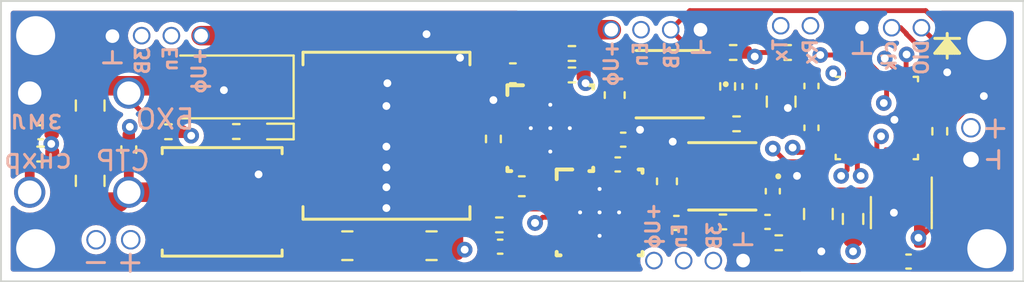
<source format=kicad_pcb>
(kicad_pcb (version 20221018) (generator pcbnew)
  (layers (0 "F.Cu" signal) (1 "In1.Cu" signal) (2 "In2.Cu" signal) (31 "B.Cu" signal) (34 "B.Paste" user) (35 "F.Paste" user) (36 "B.SilkS" user "B.Silkscreen") (37 "F.SilkS" user "F.Silkscreen") (38 "B.Mask" user) (39 "F.Mask" user) (44 "Edge.Cuts" user))
  (net 0 "")
  (net 1 "Net-(U2-PA5)")
  (net 2 "GND2")
  (net 3 "Net-(D7-Conn)")
  (net 4 "Net-(U2-PF2)")
  (net 5 "Net-(D4-K)")
  (net 6 "Net-(D5-A)")
  (net 7 "Net-(U3-BST)")
  (net 8 "Net-(D2-Conn)")
  (net 9 "Net-(D1-Conn)")
  (net 10 "Net-(D16-Conn)")
  (net 11 "Net-(U3-SS)")
  (net 12 "Net-(U4-SS)")
  (net 13 "Net-(U3-VCC)")
  (net 14 "Net-(D3-Conn)")
  (net 15 "Net-(U4-BST)")
  (net 16 "Net-(D8-Conn)")
  (net 17 "Net-(D9-Conn)")
  (net 18 "Net-(D11-Conn)")
  (net 19 "Net-(C17-Pad2)")
  (net 20 "Net-(D13-Conn)")
  (net 21 "Net-(U4-VCC)")
  (net 22 "Net-(D15-Conn)")
  (net 23 "Net-(U4-FB)")
  (net 24 "Net-(D6-Conn)")
  (net 25 "Net-(U2-PB5)")
  (net 26 "Net-(U2-PB4)")
  (net 27 "Net-(U3-RON)")
  (net 28 "Net-(U3-FB)")
  (net 29 "Net-(U2-PA1)")
  (net 30 "Net-(U2-PA0)")
  (net 31 "Net-(U2-PB0)")
  (net 32 "Net-(U4-RON)")
  (net 35 "Net-(C12-Pad2)")
  (net 42 "Net-(C14-Pad2)")
  (net 43 "Net-(U5-+)")
  (net 44 "Net-(LED1-Pad2)")
  (net 48 "Net-(D12-Conn)")
  (net 49 "Net-(R13-Pad1)")
  (net 52 "Net-(U2-PB3)")
  (footprint "Wire_holes:WireHole_0p7" (layer "F.Cu") (at 87.3252 63.8556 180)
    (fp_text reference "D27" hide)
    (fp_text value "WireHole_1p5" hide)
  )
  (footprint "Wire_holes:WireHole_1p2" (layer "F.Cu") (at 60.4012 60.3504)
    (fp_text reference "D3" hide)
    (fp_text value "WireHole_1p5" hide)
  )
  (footprint "Capacitor_SMD:C_0603_1608Metric_Pad1.08x0.95mm_HandSolder" (layer "F.Cu") (at 80.0938 54.2544)
    (fp_text reference "C10" hide)
    (fp_text value "C" hide)
  )
  (footprint "Wire_holes:WireHole_1p2" (layer "F.Cu") (at 55.3212 55.2704)
    (fp_text reference "D19" hide)
    (fp_text value "WireHole_1p5" hide)
  )
  (footprint "Capacitor_SMD:C_0603_1608Metric_Pad1.08x0.95mm_HandSolder" (layer "F.Cu") (at 85.3146 55.372 90)
    (fp_text reference "C14" hide)
    (fp_text value "C" hide)
  )
  (footprint "Wire_holes:WireHole_2p0" (layer "F.Cu") (at 55.626 63.246)
    (fp_text reference "D29" hide)
    (fp_text value "WireHole_1p5" hide)
  )
  (footprint "Resistor_SMD:R_0402_1005Metric_Pad0.72x0.64mm_HandSolder" (layer "F.Cu") (at 60.4012 58.166 90)
    (fp_text reference "R1" hide)
    (fp_text value "R" hide)
  )
  (footprint "Wire_holes:WireHole_0p7" (layer "F.Cu") (at 62.5856 52.324 -90)
    (fp_text reference "D12" hide)
    (fp_text value "WireHole_1p5" hide)
  )
  (footprint "Capacitor_SMD:C_0805_2012Metric_Pad1.18x1.45mm_HandSolder" (layer "F.Cu") (at 93.849 55.7061 -90)
    (fp_text reference "C19" hide)
    (fp_text value "C" hide)
  )
  (footprint "Resistor_SMD:R_0402_1005Metric_Pad0.72x0.64mm_HandSolder" (layer "F.Cu") (at 55.8794 58.3946 180)
    (fp_text reference "R3" hide)
    (fp_text value "R" hide)
  )
  (footprint "Wire_holes:WireHole_1p2" (layer "F.Cu") (at 60.4012 55.2704)
    (fp_text reference "D2" hide)
    (fp_text value "WireHole_1p5" hide)
  )
  (footprint "Wire_holes:WireHole_2p0" (layer "F.Cu") (at 104.394 52.578)
    (fp_text reference "D30" hide)
    (fp_text value "WireHole_1p5" hide)
  )
  (footprint "Package_DFN_QFN:QFN-28_4x4mm_P0.5mm" (layer "F.Cu") (at 98.7552 56.5475)
    (fp_text reference "U2" hide)
    (fp_text value "STM32G031G8Ux" hide)
  )
  (footprint "Wire_holes:WireHole_0p7" (layer "F.Cu") (at 89.7128 52.0192 180)
    (fp_text reference "D20" hide)
    (fp_text value "WireHole_1p5" hide)
  )
  (footprint "ul_SI7852DP-T1:POWERPAK_SO-8_SINGLE_VIS" (layer "F.Cu") (at 65.1891 60.8457 180)
    (fp_text reference "U1" hide)
    (fp_text value "SI7489DP-T1-E3" hide)
  )
  (footprint "Wire_holes:WireHole_0p8" (layer "F.Cu") (at 103.5812 58.674)
    (fp_text reference "D18" hide)
    (fp_text value "WireHole_1p5" hide)
  )
  (footprint "Resistor_SMD:R_0402_1005Metric_Pad0.72x0.64mm_HandSolder" (layer "F.Cu") (at 62.4332 57.2516)
    (fp_text reference "R2" hide)
    (fp_text value "R" hide)
  )
  (footprint "Diode_SMD:D_SOD-923" (layer "F.Cu") (at 67.9952 57.2389 180)
    (fp_text reference "D5" hide)
    (fp_text value "MM5Zxx" hide)
  )
  (footprint "SWPA8040:IND_SWPA8040S_SNL" (layer "F.Cu") (at 73.6131 57.4548 180)
    (fp_text reference "L1" hide)
    (fp_text value "SWPA8040S220MT" hide)
  )
  (footprint "Resistor_SMD:R_0402_1005Metric_Pad0.72x0.64mm_HandSolder" (layer "F.Cu") (at 90.8645 61.8744 180)
    (fp_text reference "R12" hide)
    (fp_text value "R" hide)
  )
  (footprint "Resistor_SMD:R_0402_1005Metric_Pad0.72x0.64mm_HandSolder" (layer "F.Cu") (at 83.1232 54.3391)
    (fp_text reference "R8" hide)
    (fp_text value "R" hide)
  )
  (footprint "Capacitor_SMD:C_0402_1005Metric_Pad0.74x0.62mm_HandSolder" (layer "F.Cu") (at 93.4212 60.2996 -90)
    (fp_text reference "C17" hide)
    (fp_text value "C" hide)
  )
  (footprint "Resistor_SMD:R_0402_1005Metric_Pad0.72x0.64mm_HandSolder" (layer "F.Cu") (at 83.1209 53.2384 180)
    (fp_text reference "R7" hide)
    (fp_text value "R" hide)
  )
  (footprint "Capacitor_SMD:C_0402_1005Metric_Pad0.74x0.62mm_HandSolder" (layer "F.Cu") (at 85.471 58.928)
    (fp_text reference "C11" hide)
    (fp_text value "C" hide)
  )
  (footprint "Capacitor_SMD:C_0402_1005Metric_Pad0.74x0.62mm_HandSolder" (layer "F.Cu") (at 92.2234 54.9235 -90)
    (fp_text reference "C21" hide)
    (fp_text value "C" hide)
  )
  (footprint "Wire_holes:WireHole_0p7" (layer "F.Cu") (at 88.1888 52.0192 180)
    (fp_text reference "D22" hide)
    (fp_text value "WireHole_1p5" hide)
  )
  (footprint "Capacitor_SMD:C_0805_2012Metric_Pad1.18x1.45mm_HandSolder" (layer "F.Cu") (at 95.758 61.468 -90)
    (fp_text reference "C15" hide)
    (fp_text value "C" hide)
  )
  (footprint "Resistor_SMD:R_0402_1005Metric_Pad0.72x0.64mm_HandSolder" (layer "F.Cu") (at 101.981 57.2262 -90)
    (fp_text reference "R9" hide)
    (fp_text value "R" hide)
  )
  (footprint "Wire_holes:WireHole_1p2" (layer "F.Cu") (at 55.3212 60.3504)
    (fp_text reference "D1" hide)
    (fp_text value "WireHole_1p5" hide)
  )
  (footprint "Capacitor_SMD:C_0402_1005Metric_Pad0.74x0.62mm_HandSolder" (layer "F.Cu") (at 55.8794 57.277 180)
    (fp_text reference "C3" hide)
    (fp_text value "C" hide)
  )
  (footprint "Wire_holes:WireHole_0p7" (layer "F.Cu") (at 88.8492 63.8556 180)
    (fp_text reference "D25" hide)
    (fp_text value "WireHole_1p5" hide)
  )
  (footprint "Capacitor_SMD:C_0402_1005Metric_Pad0.74x0.62mm_HandSolder" (layer "F.Cu") (at 95.4024 57.0484 90)
    (fp_text reference "C6" hide)
    (fp_text value "C" hide)
  )
  (footprint "Capacitor_SMD:C_0402_1005Metric_Pad0.74x0.62mm_HandSolder" (layer "F.Cu") (at 95.4024 54.9061 90)
    (fp_text reference "C7" hide)
    (fp_text value "C" hide)
  )
  (footprint "Wire_holes:WireHole_0p7" (layer "F.Cu") (at 91.8972 63.8556 180)
    (fp_text reference "D21" hide)
    (fp_text value "WireHole_1p5" hide)
  )
  (footprint "Capacitor_SMD:C_0402_1005Metric_Pad0.74x0.62mm_HandSolder" (layer "F.Cu") (at 88.4769 61.9252)
    (fp_text reference "C13" hide)
    (fp_text value "C" hide)
  )
  (footprint "Wire_holes:WireHole_0p7" (layer "F.Cu") (at 97.9932 51.9176 90)
    (fp_text reference "D10" hide)
    (fp_text value "WireHole_1p5" hide)
  )
  (footprint "Wire_holes:WireHole_0p7" (layer "F.Cu") (at 95.3516 51.816)
    (fp_text reference "D7" hide)
    (fp_text value "WireHole_1p5" hide)
  )
  (footprint "Resistor_SMD:R_0402_1005Metric_Pad0.72x0.64mm_HandSolder" (layer "F.Cu") (at 65.9124 57.2389)
    (fp_text reference "R4" hide)
    (fp_text value "R" hide)
  )
  (footprint "Wire_holes:WireHole_0p7" (layer "F.Cu") (at 86.6648 52.0192 180)
    (fp_text reference "D24" hide)
    (fp_text value "WireHole_1p5" hide)
  )
  (footprint "Capacitor_SMD:C_0603_1608Metric_Pad1.08x0.95mm_HandSolder" (layer "F.Cu") (at 87.9943 59.7916 90)
    (fp_text reference "C12" hide)
    (fp_text value "C" hide)
  )
  (footprint "Wire_holes:WireHole_0p8" (layer "F.Cu") (at 103.5812 57.0484)
    (fp_text reference "D17" hide)
    (fp_text value "WireHole_1p5" hide)
  )
  (footprint "Capacitor_SMD:C_0805_2012Metric_Pad1.18x1.45mm_HandSolder" (layer "F.Cu") (at 71.6065 63.0936)
    (fp_text reference "C4" hide)
    (fp_text value "C" hide)
  )
  (footprint "Resistor_SMD:R_0402_1005Metric_Pad0.72x0.64mm_HandSolder" (layer "F.Cu") (at 91.3892 53.1876 180)
    (fp_text reference "R5" hide)
    (fp_text value "R" hide)
  )
  (footprint "ul_LM5160ADNTR:DNT0012B" (layer "F.Cu") (at 82.0126 57.0676)
    (fp_text reference "U4" hide)
    (fp_text value "LM5160ADNTR" hide)
  )
  (footprint "Wire_holes:WireHole_0p7" (layer "F.Cu") (at 90.3732 63.8556 180)
    (fp_text reference "D23" hide)
    (fp_text value "WireHole_1p5" hide)
  )
  (footprint "Wire_holes:WireHole_0p7" (layer "F.Cu") (at 61.0616 52.324 -90)
    (fp_text reference "D13" hide)
    (fp_text value "WireHole_1p5" hide)
  )
  (footprint "Capacitor_SMD:C_0805_2012Metric_Pad1.18x1.45mm_HandSolder" (layer "F.Cu") (at 58.42195 59.76815 90)
    (fp_text reference "C2" hide)
    (fp_text value "C" hide)
  )
  (footprint "Wire_holes:WireHole_0p8" (layer "F.Cu") (at 58.7248 62.7888)
    (fp_text reference "D16" hide)
    (fp_text value "WireHole_1p5" hide)
  )
  (footprint "Wire_holes:WireHole_0p7" (layer "F.Cu") (at 64.1096 52.324 -90)
    (fp_text reference "D11" hide)
    (fp_text value "WireHole_1p5" hide)
  )
  (footprint "Capacitor_SMD:C_0402_1005Metric_Pad0.74x0.62mm_HandSolder" (layer "F.Cu") (at 85.7504 57.658)
    (fp_text reference "C16" hide)
    (fp_text value "C" hide)
  )
  (footprint "Capacitor_SMD:C_0805_2012Metric_Pad1.18x1.45mm_HandSolder" (layer "F.Cu") (at 58.42195 55.90735 -90)
    (fp_text reference "C1" hide)
    (fp_text value "C" hide)
  )
  (footprint "Wire_holes:WireHole_0p7" (layer "F.Cu") (at 101.0412 51.9176 90)
    (fp_text reference "D8" hide)
    (fp_text value "WireHole_1p5" hide)
  )
  (footprint "Resistor_SMD:R_0402_1005Metric_Pad0.72x0.64mm_HandSolder" (layer "F.Cu") (at 93.726 62.9412 180)
    (fp_text reference "R13" hide)
    (fp_text value "R" hide)
  )
  (footprint "Wire_holes:WireHole_2p0" (layer "F.Cu") (at 55.626 52.324)
    (fp_text reference "D28" hide)
    (fp_text value "WireHole_1p5" hide)
  )
  (footprint "Diode_SMD:D_MELF" (layer "F.Cu") (at 65.4431 54.9529 180)
    (fp_text reference "D4" hide)
    (fp_text value "1N5711UR" hide)
  )
  (footprint "Package_TO_SOT_SMD:SOT-23-5" (layer "F.Cu") (at 100.01 61.3973 -90)
    (fp_text reference "U5" hide)
    (fp_text value "INA193" hide)
  )
  (footprint "ul_LM5160ADNTR:DNT0012B" (layer "F.Cu") (at 84.5399 61.3856)
    (fp_text reference "U3" hide)
    (fp_text value "LM5160ADNTR" hide)
  )
  (footprint "Resistor_SMD:R_0603_1608Metric_Pad0.98x0.95mm_HandSolder" (layer "F.Cu") (at 97.536 61.722 90)
    (fp_text reference "R16" hide)
    (fp_text value "R" hide)
  )
  (footprint "Wire_holes:WireHole_0p7" (layer "F.Cu") (at 99.5172 51.9176 90)
    (fp_text reference "D9" hide)
    (fp_text value "WireHole_1p5" hide)
  )
  (footprint "ul_HSMW-C191-U0000:LED_91-U0000" (layer "F.Cu") (at 102.362 55.2958 -90)
    (fp_text reference "LED1" hide)
    (fp_text value "HSMW-C191-U0000" hide)
  )
  (footprint "Resistor_SMD:R_0402_1005Metric_Pad0.72x0.64mm_HandSolder" (layer "F.Cu") (at 91.563 56.8452 180)
    (fp_text reference "R15" hide)
    (fp_text value "R" hide)
  )
  (footprint "Capacitor_SMD:C_0603_1608Metric_Pad1.08x0.95mm_HandSolder" (layer "F.Cu") (at 80.5521 60.0456)
    (fp_text reference "C8" hide)
    (fp_text value "C" hide)
  )
  (footprint "Resistor_SMD:R_0402_1005Metric_Pad0.72x0.64mm_HandSolder" (layer "F.Cu") (at 94.1832 53.1876 180)
    (fp_text reference "R6" hide)
    (fp_text value "R" hide)
  )
  (footprint "Capacitor_SMD:C_0402_1005Metric_Pad0.74x0.62mm_HandSolder" (layer "F.Cu") (at 100.3808 63.9064)
    (fp_text reference "C20" hide)
    (fp_text value "C" hide)
  )
  (footprint "Resistor_SMD:R_0402_1005Metric_Pad0.72x0.64mm_HandSolder" (layer "F.Cu") (at 79.0956 57.6193 90)
    (fp_text reference "R11" hide)
    (fp_text value "R" hide)
  )
  (footprint "Wire_holes:WireHole_0p7" (layer "F.Cu") (at 59.563 52.3494 -90)
    (fp_text reference "D14" hide)
    (fp_text value "WireHole_1p5" hide)
  )
  (footprint "Wire_holes:WireHole_0p7" (layer "F.Cu") (at 93.8276 51.816)
    (fp_text reference "D6" hide)
    (fp_text value "WireHole_1p5" hide)
  )
  (footprint "Wire_holes:WireHole_2p0" (layer "F.Cu") (at 104.394 63.246)
    (fp_text reference "D31" hide)
    (fp_text value "WireHole_1p5" hide)
  )
  (footprint "Capacitor_SMD:C_0805_2012Metric_Pad1.18x1.45mm_HandSolder" (layer "F.Cu") (at 75.9245 63.0936 180)
    (fp_text reference "C5" hide)
    (fp_text value "C" hide)
  )
  (footprint "ul_SWPA3015S4R7MT:IND_SWPA3015S_SNL" (layer "F.Cu") (at 90.8304 59.5376 180)
    (fp_text reference "L2" hide)
    (fp_text value "SWPA3015S4R7MT" hide)
  )
  (footprint "Wire_holes:WireHole_0p8" (layer "F.Cu") (at 60.5028 62.7888)
    (fp_text reference "D15" hide)
    (fp_text value "WireHole_1p5" hide)
  )
  (footprint "Resistor_SMD:R_0402_1005Metric_Pad0.72x0.64mm_HandSolder" (layer "F.Cu") (at 91.1058 54.9269 90)
    (fp_text reference "R14" hide)
    (fp_text value "R" hide)
  )
  (footprint "Capacitor_SMD:C_0402_1005Metric_Pad0.74x0.62mm_HandSolder" (layer "F.Cu") (at 79.4425 63.1444 180)
    (fp_text reference "C9" hide)
    (fp_text value "C" hide)
  )
  (footprint "Capacitor_SMD:C_0402_1005Metric_Pad0.74x0.62mm_HandSolder" (layer "F.Cu") (at 93.1505 61.8744)
    (fp_text reference "C18" hide)
    (fp_text value "C" hide)
  )
  (footprint "Wire_holes:WireHole_0p7" (layer "F.Cu") (at 85.1408 52.0192 180)
    (fp_text reference "D26" hide)
    (fp_text value "WireHole_1p5" hide)
  )
  (footprint "ul_SWPA3015S4R7MT:IND_SWPA3015S_SNL" (layer "F.Cu") (at 88.138 54.8132 180)
    (fp_text reference "L3" hide)
    (fp_text value "SWPA3015S4R7MT" hide)
  )
  (footprint "Resistor_SMD:R_0402_1005Metric_Pad0.72x0.64mm_HandSolder" (layer "F.Cu") (at 79.4004 62.0268 180)
    (fp_text reference "R10" hide)
    (fp_text value "R" hide)
  )
  (gr_line (start 59.563 53.1368) (end 59.563 53.6956) (stroke (width 0.15)) (layer "B.SilkS"))
  (gr_line (start 60.0329 63.9699) (end 60.9219 63.9699) (stroke (width 0.15)) (layer "B.SilkS"))
  (gr_line (start 89.7382 52.6034) (end 89.7382 53.1622) (stroke (width 0.15)) (layer "B.SilkS"))
  (gr_line (start 91.8972 62.4586) (end 91.8972 63.0174) (stroke (width 0.15)) (layer "B.SilkS"))
  (gr_line (start 89.281 53.1876) (end 90.1954 53.1876) (stroke (width 0.15)) (layer "B.SilkS"))
  (gr_line (start 105.0036 59.1312) (end 105.0036 58.2168) (stroke (width 0.15)) (layer "B.SilkS"))
  (gr_line (start 97.536 53.2384) (end 98.4504 53.2384) (stroke (width 0.15)) (layer "B.SilkS"))
  (gr_line (start 91.44 63.0428) (end 92.3544 63.0428) (stroke (width 0.15)) (layer "B.SilkS"))
  (gr_line (start 97.9932 52.6542) (end 97.9932 53.213) (stroke (width 0.15)) (layer "B.SilkS"))
  (gr_line (start 104.8258 56.642) (end 104.8258 57.531) (stroke (width 0.15)) (layer "B.SilkS"))
  (gr_line (start 60.4774 63.5254) (end 60.4774 64.4144) (stroke (width 0.15)) (layer "B.SilkS"))
  (gr_line (start 104.4194 58.674) (end 104.9782 58.674) (stroke (width 0.15)) (layer "B.SilkS"))
  (gr_line (start 59.1058 53.721) (end 60.0202 53.721) (stroke (width 0.15)) (layer "B.SilkS"))
  (gr_line (start 58.2676 63.9572) (end 59.1566 63.9572) (stroke (width 0.15)) (layer "B.SilkS"))
  (gr_line (start 104.3813 57.0865) (end 105.2703 57.0865) (stroke (width 0.15)) (layer "B.SilkS"))
  (gr_line (start 53.848 64.9224) (end 106.2736 64.9224) (stroke (width 0.1)) (layer "Edge.Cuts"))
  (gr_line (start 106.2736 50.546) (end 53.848 50.546) (stroke (width 0.1)) (layer "Edge.Cuts"))
  (gr_line (start 106.2736 64.9224) (end 106.2736 50.546) (stroke (width 0.1)) (layer "Edge.Cuts"))
  (gr_line (start 53.848 50.546) (end 53.848 64.9224) (stroke (width 0.1)) (layer "Edge.Cuts"))
  (gr_text "СТР" (at 61.5696 59.3344) (layer "B.SilkS") (effects (font (size 1 1)) (justify left bottom mirror)))
  (gr_text "En" (at 62.9412 52.7812 90) (layer "B.SilkS") (effects (font (size 0.7 0.7)) (justify left bottom mirror)))
  (gr_text "3В" (at 88.646 52.5526 90) (layer "B.SilkS") (effects (font (size 0.7 0.7)) (justify left bottom mirror)))
  (gr_text "DIO" (at 101.4476 52.451 90) (layer "B.SilkS") (effects (font (size 0.7 0.7)) (justify left bottom mirror)))
  (gr_text "+Uф" (at 87.6808 60.8076 90) (layer "B.SilkS") (effects (font (size 0.7 0.7)) (justify left bottom mirror)))
  (gr_text "3В" (at 61.5188 52.832 90) (layer "B.SilkS") (effects (font (size 0.7 0.7)) (justify left bottom mirror)))
  (gr_text "змл" (at 57.0738 57.2008) (layer "B.SilkS") (effects (font (size 1 1)) (justify left bottom mirror)))
  (gr_text "Rx" (at 95.758 52.4256 90) (layer "B.SilkS") (effects (font (size 0.7 0.7)) (justify left bottom mirror)))
  (gr_text "Tx" (at 94.2086 52.4256 90) (layer "B.SilkS") (effects (font (size 0.7 0.7)) (justify left bottom mirror)))
  (gr_text "En" (at 89.0524 61.8744 90) (layer "B.SilkS") (effects (font (size 0.7 0.7)) (justify left bottom mirror)))
  (gr_text "+Uф" (at 64.4144 52.8574 90) (layer "B.SilkS") (effects (font (size 0.7 0.7)) (justify left bottom mirror)))
  (gr_text "En" (at 87.0458 52.5526 90) (layer "B.SilkS") (effects (font (size 0.7 0.7)) (justify left bottom mirror)))
  (gr_text "БXО" (at 63.8556 57.2008) (layer "B.SilkS") (effects (font (size 1 1)) (justify left bottom mirror)))
  (gr_text "снхр" (at 57.5818 59.2074) (layer "B.SilkS") (effects (font (size 1 1)) (justify left bottom mirror)))
  (gr_text "clk" (at 99.7966 52.5018 90) (layer "B.SilkS") (effects (font (size 0.7 0.7)) (justify left bottom mirror)))
  (gr_text "+Uф" (at 85.5472 52.4764 90) (layer "B.SilkS") (effects (font (size 0.7 0.7)) (justify left bottom mirror)))
  (gr_text "3В" (at 90.8304 61.7982 90) (layer "B.SilkS") (effects (font (size 0.7 0.7)) (justify left bottom mirror)))
  (segment (start 98.7552 57.702254) (end 98.7552 58.485) (width 0.25) (layer "F.Cu") (net 1))
  (segment (start 56.4469 57.8531) (end 56.4261 57.8739) (width 0.25) (layer "F.Cu") (net 1))
  (segment (start 56.4469 57.8947) (end 56.4469 58.3646) (width 0.25) (layer "F.Cu") (net 1))
  (segment (start 98.971353 57.486101) (end 98.7552 57.702254) (width 0.25) (layer "F.Cu") (net 1))
  (segment (start 56.4261 57.8739) (end 56.4469 57.8947) (width 0.25) (layer "F.Cu") (net 1))
  (segment (start 56.4469 58.3646) (end 56.4769 58.3946) (width 0.25) (layer "F.Cu") (net 1))
  (segment (start 56.4469 57.277) (end 56.4469 57.8531) (width 0.25) (layer "F.Cu") (net 1))
  (via (at 98.971353 57.486101) (size 0.8) (drill 0.4) (layers "F.Cu" "B.Cu") (net 1))
  (via (at 56.4261 57.8739) (size 0.8) (drill 0.4) (layers "F.Cu" "B.Cu") (net 1))
  (segment (start 83.1999 60.0456) (end 84.044926 60.890626) (width 0.5) (layer "F.Cu") (net 2))
  (segment (start 81.4146 60.0456) (end 83.1999 60.0456) (width 0.5) (layer "F.Cu") (net 2))
  (segment (start 80.112601 56.317599) (end 80.112601 55.8176) (width 0.25) (layer "F.Cu") (net 2))
  (segment (start 82.639901 60.1356) (end 82.639901 60.6106) (width 0.25) (layer "F.Cu") (net 2))
  (via (at 99.629577 61.401247) (size 0.8) (drill 0.4) (layers "F.Cu" "B.Cu") (net 2))
  (via (at 94.192352 56.031975) (size 0.8) (drill 0.4) (layers "F.Cu" "B.Cu") (net 2))
  (via (at 99.656259 56.637226) (size 0.8) (drill 0.4) (layers "F.Cu" "B.Cu") (net 2))
  (via (at 73.6092 55.9308) (size 0.8) (drill 0.4) (layers "F.Cu" "B.Cu") (net 2))
  (via (at 94.661803 59.513546) (size 0.8) (drill 0.4) (layers "F.Cu" "B.Cu") (net 2))
  (via (at 73.6092 59.0804) (size 0.8) (drill 0.4) (layers "F.Cu" "B.Cu") (net 2))
  (via (at 95.9104 63.3851) (size 0.8) (drill 0.4) (layers "F.Cu" "B.Cu") (net 2))
  (via (at 102.362 54.2036) (size 0.8) (drill 0.4) (layers "F.Cu" "B.Cu") (net 2))
  (via (at 73.6092 60.0964) (size 0.8) (drill 0.4) (layers "F.Cu" "B.Cu") (net 2))
  (via (at 79.0956 55.626) (size 0.8) (drill 0.4) (layers "F.Cu" "B.Cu") (net 2))
  (via (at 73.66 54.7624) (size 0.8) (drill 0.4) (layers "F.Cu" "B.Cu") (net 2))
  (via (at 86.614 57.15) (size 0.8) (drill 0.4) (layers "F.Cu" "B.Cu") (net 2))
  (via (at 77.384701 53.457901) (size 0.8) (drill 0.4) (layers "F.Cu" "B.Cu") (net 2))
  (via (at 73.6092 58.0136) (size 0.8) (drill 0.4) (layers "F.Cu" "B.Cu") (net 2))
  (via (at 67.056 59.436) (size 0.8) (drill 0.4) (layers "F.Cu" "B.Cu") (net 2))
  (via (at 104.2416 55.4228) (size 0.8) (drill 0.4) (layers "F.Cu" "B.Cu") (net 2))
  (via (at 73.6092 61.1632) (size 0.8) (drill 0.4) (layers "F.Cu" "B.Cu") (net 2))
  (via (at 65.278 55.118) (size 0.8) (drill 0.4) (layers "F.Cu" "B.Cu") (net 2))
  (via (at 88.2904 57.7596) (size 0.8) (drill 0.4) (layers "F.Cu" "B.Cu") (net 2))
  (via (at 75.6666 52.2478) (size 0.8) (drill 0.4) (layers "F.Cu" "B.Cu") (net 2))
  (segment (start 97.924745 59.5147) (end 97.7552 59.345155) (width 0.25) (layer "F.Cu") (net 3))
  (segment (start 97.7552 59.345155) (end 97.7552 58.485) (width 0.25) (layer "F.Cu") (net 3))
  (via (at 97.924745 59.5147) (size 0.8) (drill 0.4) (layers "F.Cu" "B.Cu") (net 3))
  (segment (start 96.8177 57.0475) (end 96.0724 57.0475) (width 0.25) (layer "F.Cu") (net 4))
  (segment (start 96.0724 57.0475) (end 95.4024 57.7175) (width 0.25) (layer "F.Cu") (net 4))
  (segment (start 68.1101 60.2107) (end 68.1101 62.7507) (width 1) (layer "F.Cu") (net 5))
  (segment (start 68.4533 57.2516) (end 70.5905 57.2516) (width 0.25) (layer "F.Cu") (net 5))
  (segment (start 70.7937 59.0351) (end 70.7937 57.4548) (width 1) (layer "F.Cu") (net 5))
  (segment (start 69.6181 60.2107) (end 70.7937 59.0351) (width 1) (layer "F.Cu") (net 5))
  (segment (start 70.7937 59.0003) (end 70.7937 57.4548) (width 0.25) (layer "F.Cu") (net 5))
  (segment (start 67.8431 54.9529) (end 69.2912 54.9529) (width 1) (layer "F.Cu") (net 5))
  (segment (start 68.1101 60.2107) (end 69.6181 60.2107) (width 1) (layer "F.Cu") (net 5))
  (segment (start 69.2912 54.9529) (end 69.2912 54.7624) (width 0.25) (layer "F.Cu") (net 5))
  (segment (start 70.5905 57.2516) (end 70.7937 57.4548) (width 0.25) (layer "F.Cu") (net 5))
  (segment (start 70.569 57.6795) (end 70.7937 57.4548) (width 1) (layer "F.Cu") (net 5))
  (segment (start 70.569 63.0936) (end 70.569 57.6795) (width 1) (layer "F.Cu") (net 5))
  (segment (start 68.1101 58.8391) (end 66.5099 57.2389) (width 0.25) (layer "F.Cu") (net 6))
  (segment (start 67.5752 57.2389) (end 66.5099 57.2389) (width 0.25) (layer "F.Cu") (net 6))
  (segment (start 68.1101 58.9407) (end 68.1101 58.8391) (width 0.25) (layer "F.Cu") (net 6))
  (segment (start 86.439899 61.135598) (end 87.309602 61.135598) (width 0.25) (layer "F.Cu") (net 7))
  (segment (start 87.309602 61.135598) (end 87.9943 60.4509) (width 0.25) (layer "F.Cu") (net 7))
  (segment (start 61.4299 56.6039) (end 60.0964 55.2704) (width 0.25) (layer "F.Cu") (net 8))
  (segment (start 58.4454 54.8933) (end 62.9073 54.8933) (width 1) (layer "F.Cu") (net 8))
  (segment (start 62.8692 55.541) (end 63.0431 55.7149) (width 0.25) (layer "F.Cu") (net 8))
  (segment (start 58.42195 54.86985) (end 58.4454 54.8933) (width 0.25) (layer "F.Cu") (net 8))
  (segment (start 61.4299 56.6039) (end 61.4299 56.8458) (width 0.25) (layer "F.Cu") (net 8))
  (segment (start 61.4299 56.8458) (end 61.8357 57.2516) (width 0.25) (layer "F.Cu") (net 8))
  (segment (start 55.3212 58.4339) (end 55.2819 58.3946) (width 0.5) (layer "F.Cu") (net 9))
  (segment (start 55.3212 60.3504) (end 55.3212 58.4339) (width 0.5) (layer "F.Cu") (net 9))
  (segment (start 82.639901 62.6356) (end 82.246 62.6356) (width 0.25) (layer "F.Cu") (net 11))
  (segment (start 82.246 62.6356) (end 81.7372 63.1444) (width 0.25) (layer "F.Cu") (net 11))
  (segment (start 81.7372 63.1444) (end 80.01 63.1444) (width 0.25) (layer "F.Cu") (net 11))
  (segment (start 84.9035 58.928) (end 80.348002 58.928) (width 0.25) (layer "F.Cu") (net 12))
  (segment (start 80.112601 58.692599) (end 80.112601 58.3176) (width 0.25) (layer "F.Cu") (net 12))
  (segment (start 80.348002 58.928) (end 80.112601 58.692599) (width 0.25) (layer "F.Cu") (net 12))
  (segment (start 87.5959 61.976) (end 87.2555 61.6356) (width 0.25) (layer "F.Cu") (net 13))
  (segment (start 87.2555 61.6356) (end 86.439899 61.6356) (width 0.25) (layer "F.Cu") (net 13))
  (segment (start 58.4747 60.8584) (end 58.42195 60.80565) (width 1) (layer "F.Cu") (net 14))
  (segment (start 59.8932 60.8584) (end 58.4747 60.8584) (width 1) (layer "F.Cu") (net 14))
  (segment (start 59.2449 60.7689) (end 59.2328 60.7568) (width 0.25) (layer "F.Cu") (net 14))
  (segment (start 59.2328 60.7568) (end 58.4708 60.7568) (width 0.25) (layer "F.Cu") (net 14))
  (segment (start 62.2681 58.9407) (end 62.2681 62.7507) (width 0.75) (layer "F.Cu") (net 14))
  (segment (start 61.9364 60.3504) (end 62.0761 60.2107) (width 1) (layer "F.Cu") (net 14))
  (segment (start 60.4012 60.3504) (end 59.8932 60.8584) (width 1) (layer "F.Cu") (net 14))
  (segment (start 60.4012 58.7635) (end 60.4012 60.3504) (width 0.5) (layer "F.Cu") (net 14))
  (segment (start 60.4012 60.3504) (end 61.9364 60.3504) (width 1) (layer "F.Cu") (net 14))
  (segment (start 58.42195 60.80565) (end 58.90065 60.32695) (width 0.25) (layer "F.Cu") (net 14))
  (segment (start 84.731502 56.817598) (end 83.912599 56.817598) (width 0.25) (layer "F.Cu") (net 15))
  (segment (start 85.3146 56.2345) (end 84.731502 56.817598) (width 0.25) (layer "F.Cu") (net 15))
  (segment (start 101.0412 51.9176) (end 101.6 52.4764) (width 0.25) (layer "F.Cu") (net 16))
  (segment (start 101.6 52.4764) (end 101.6 55.135959) (width 0.25) (layer "F.Cu") (net 16))
  (segment (start 101.188459 55.5475) (end 100.6927 55.5475) (width 0.25) (layer "F.Cu") (net 16))
  (segment (start 101.6 55.135959) (end 101.188459 55.5475) (width 0.25) (layer "F.Cu") (net 16))
  (segment (start 99.9744 51.9176) (end 99.5172 51.9176) (width 0.25) (layer "F.Cu") (net 17))
  (segment (start 101.15 54.6502) (end 101.15 53.0932) (width 0.25) (layer "F.Cu") (net 17))
  (segment (start 100.2662 52.238616) (end 100.2662 52.2094) (width 0.25) (layer "F.Cu") (net 17))
  (segment (start 100.7527 55.0475) (end 101.15 54.6502) (width 0.25) (layer "F.Cu") (net 17))
  (segment (start 101.15 53.0932) (end 100.7494 52.6926) (width 0.25) (layer "F.Cu") (net 17))
  (segment (start 100.7494 52.6926) (end 100.720184 52.6926) (width 0.25) (layer "F.Cu") (net 17))
  (segment (start 100.2662 52.2094) (end 99.9744 51.9176) (width 0.25) (layer "F.Cu") (net 17))
  (segment (start 100.720184 52.6926) (end 100.2662 52.238616) (width 0.25) (layer "F.Cu") (net 17))
  (segment (start 80.112601 57.3176) (end 80.112601 56.8176) (width 0.25) (layer "F.Cu") (net 18))
  (segment (start 79.6896 60.0456) (end 78.8029 60.9323) (width 0.5) (layer "F.Cu") (net 18))
  (segment (start 80.518 52.0192) (end 78.3336 54.2036) (width 1) (layer "F.Cu") (net 18))
  (segment (start 80.112601 57.0484) (end 79.1222 57.0484) (width 0.25) (layer "F.Cu") (net 18))
  (segment (start 76.8655 57.0218) (end 76.4325 57.4548) (width 0.25) (layer "F.Cu") (net 18))
  (segment (start 80.112601 56.8176) (end 80.112601 57.0484) (width 0.25) (layer "F.Cu") (net 18))
  (segment (start 79.1222 57.0484) (end 79.0956 57.0218) (width 0.25) (layer "F.Cu") (net 18))
  (segment (start 76.962 63.0936) (end 77.7748 63.0936) (width 0.25) (layer "F.Cu") (net 18))
  (segment (start 76.962 61.0108) (end 76.962 61.214) (width 1) (layer "F.Cu") (net 18))
  (segment (start 85.1408 52.0192) (end 82.3976 52.0192) (width 1) (layer "F.Cu") (net 18))
  (segment (start 76.4325 55.6387) (end 76.4325 57.4548) (width 1) (layer "F.Cu") (net 18))
  (segment (start 77.0405 60.9323) (end 76.962 61.0108) (width 0.5) (layer "F.Cu") (net 18))
  (segment (start 78.8029 60.9323) (end 78.8029 61.214) (width 0.5) (layer "F.Cu") (net 18))
  (segment (start 78.8029 61.214) (end 78.8029 62.0268) (width 0.5) (layer "F.Cu") (net 18))
  (segment (start 78.8813 61.1356) (end 78.8029 61.214) (width 0.5) (layer "F.Cu") (net 18))
  (segment (start 78.3336 54.2544) (end 76.4325 56.1555) (width 1) (layer "F.Cu") (net 18))
  (segment (start 78.3336 54.2036) (end 78.3336 54.2544) (width 1) (layer "F.Cu") (net 18))
  (segment (start 82.5234 52.145) (end 82.3976 52.0192) (width 0.5) (layer "F.Cu") (net 18))
  (segment (start 82.639901 61.1356) (end 78.8813 61.1356) (width 0.4) (layer "F.Cu") (net 18))
  (segment (start 79.2313 54.2544) (end 78.3336 54.2544) (width 1) (layer "F.Cu") (net 18))
  (segment (start 82.5234 53.2384) (end 82.5234 52.145) (width 0.5) (layer "F.Cu") (net 18))
  (segment (start 78.8029 60.9323) (end 77.0405 60.9323) (width 0.5) (layer "F.Cu") (net 18))
  (segment (start 73.1178 52.324) (end 76.4325 55.6387) (width 1) (layer "F.Cu") (net 18))
  (segment (start 76.962 61.214) (end 76.962 63.0936) (width 1) (layer "F.Cu") (net 18))
  (segment (start 76.962 57.9843) (end 76.962 61.0108) (width 1) (layer "F.Cu") (net 18))
  (segment (start 82.3976 52.0192) (end 80.518 52.0192) (width 1) (layer "F.Cu") (net 18))
  (segment (start 64.1096 52.324) (end 73.1178 52.324) (width 1) (layer "F.Cu") (net 18))
  (segment (start 76.4325 57.4548) (end 76.962 57.9843) (width 0.25) (layer "F.Cu") (net 18))
  (segment (start 79.0956 57.0218) (end 76.8655 57.0218) (width 0.25) (layer "F.Cu") (net 18))
  (segment (start 78.8416 62.0268) (end 78.8416 61.6204) (width 0.25) (layer "F.Cu") (net 18))
  (segment (start 76.4325 56.1555) (end 76.4325 57.4548) (width 1) (layer "F.Cu") (net 18))
  (segment (start 75.8202 57.0218) (end 79.0956 57.0218) (width 0.25) (layer "F.Cu") (net 18))
  (via (at 77.6224 63.2968) (size 0.8) (drill 0.4) (layers "F.Cu" "B.Cu") (net 18))
  (segment (start 93.4212 61.0449) (end 93.4212 60.8671) (width 0.25) (layer "F.Cu") (net 19))
  (segment (start 92.5917 61.8744) (end 93.4212 61.0449) (width 0.25) (layer "F.Cu") (net 19))
  (segment (start 92.2528 61.8744) (end 91.462 61.8744) (width 0.25) (layer "F.Cu") (net 19))
  (segment (start 92.583 61.8744) (end 92.5917 61.8744) (width 0.25) (layer "F.Cu") (net 19))
  (segment (start 103.195 53.350895) (end 103.195 56.267873) (width 0.25) (layer "F.Cu") (net 20))
  (segment (start 89.2135 55.2196) (end 89.2135 55.1936) (width 0.25) (layer "F.Cu") (net 20))
  (segment (start 89.2135 55.1936) (end 90.0003 54.4068) (width 0.25) (layer "F.Cu") (net 20))
  (segment (start 90.0003 54.4068) (end 93.5872 54.4068) (width 0.25) (layer "F.Cu") (net 20))
  (segment (start 89.167 51.041) (end 101.260616 51.041) (width 0.25) (layer "F.Cu") (net 20))
  (segment (start 93.5872 54.4068) (end 93.849 54.6686) (width 0.25) (layer "F.Cu") (net 20))
  (segment (start 102.713105 52.493489) (end 102.713105 52.869) (width 0.25) (layer "F.Cu") (net 20))
  (segment (start 88.1888 52.0192) (end 89.167 51.041) (width 0.25) (layer "F.Cu") (net 20))
  (segment (start 88.1888 52.0192) (end 89.3084 53.1388) (width 0.25) (layer "F.Cu") (net 20))
  (segment (start 89.739178 53.1388) (end 89.8124 53.212022) (width 0.25) (layer "F.Cu") (net 20))
  (segment (start 102.713105 52.869) (end 103.195 53.350895) (width 0.25) (layer "F.Cu") (net 20))
  (segment (start 89.8124 54.0913) (end 89.0905 54.8132) (width 0.25) (layer "F.Cu") (net 20))
  (segment (start 90.7917 53.1876) (end 90.7917 54.0153) (width 0.25) (layer "F.Cu") (net 20))
  (segment (start 89.3084 53.1388) (end 89.739178 53.1388) (width 0.25) (layer "F.Cu") (net 20))
  (segment (start 101.260616 51.041) (end 102.713105 52.493489) (width 0.25) (layer "F.Cu") (net 20))
  (segment (start 95.4024 55.4736) (end 94.654 55.4736) (width 0.25) (layer "F.Cu") (net 20))
  (segment (start 103.195 56.267873) (end 102.6006 56.862273) (width 0.25) (layer "F.Cu") (net 20))
  (segment (start 94.654 55.4736) (end 93.849 54.6686) (width 0.25) (layer "F.Cu") (net 20))
  (segment (start 89.8124 53.212022) (end 89.8124 54.0913) (width 0.25) (layer "F.Cu") (net 20))
  (segment (start 96.8177 56.0475) (end 95.9763 56.0475) (width 0.25) (layer "F.Cu") (net 20))
  (segment (start 90.7917 54.0153) (end 91.1058 54.3294) (width 0.25) (layer "F.Cu") (net 20))
  (segment (start 101.1428 62.5348) (end 100.96 62.5348) (width 0.25) (layer "F.Cu") (net 20))
  (segment (start 95.9763 56.0475) (end 95.4024 55.4736) (width 0.25) (layer "F.Cu") (net 20))
  (segment (start 102.6006 61.077) (end 101.1428 62.5348) (width 0.25) (layer "F.Cu") (net 20))
  (segment (start 102.6006 56.862273) (end 102.6006 61.077) (width 0.25) (layer "F.Cu") (net 20))
  (via (at 100.8888 62.6872) (size 0.8) (drill 0.4) (layers "F.Cu" "B.Cu") (net 20))
  (segment (start 85.0671 57.3176) (end 83.912599 57.3176) (width 0.25) (layer "F.Cu") (net 21))
  (segment (start 85.4075 57.658) (end 85.0671 57.3176) (width 0.25) (layer "F.Cu") (net 21))
  (segment (start 97.6357 62.5348) (end 99.06 62.5348) (width 0.7) (layer "F.Cu") (net 22))
  (segment (start 97.536 62.7782) (end 97.3415 62.5837) (width 0.25) (layer "F.Cu") (net 22))
  (segment (start 97.536 62.6345) (end 97.6357 62.5348) (width 0.25) (layer "F.Cu") (net 22))
  (segment (start 97.536 63.3851) (end 97.536 62.7782) (width 0.25) (layer "F.Cu") (net 22))
  (segment (start 97.536 63.3851) (end 97.536 62.6345) (width 0.25) (layer "F.Cu") (net 22))
  (via (at 97.536 63.3851) (size 0.8) (drill 0.4) (layers "F.Cu" "B.Cu") (net 22))
  (segment (start 92.19 55.5244) (end 92.2234 55.491) (width 0.25) (layer "F.Cu") (net 23))
  (segment (start 84.4904 57.9728) (end 84.4904 58.011823) (width 0.25) (layer "F.Cu") (net 23))
  (segment (start 87.0104 57.8712) (end 87.847 57.0346) (width 0.25) (layer "F.Cu") (net 23))
  (segment (start 91.1058 55.5244) (end 91.1058 56.7049) (width 0.25) (layer "F.Cu") (net 23))
  (segment (start 87.0104 58.011823) (end 87.0104 57.8712) (width 0.25) (layer "F.Cu") (net 23))
  (segment (start 84.771577 58.293) (end 86.729223 58.293) (width 0.25) (layer "F.Cu") (net 23))
  (segment (start 86.729223 58.293) (end 87.0104 58.011823) (width 0.25) (layer "F.Cu") (net 23))
  (segment (start 83.912599 57.817598) (end 84.335198 57.817598) (width 0.25) (layer "F.Cu") (net 23))
  (segment (start 87.847 57.0346) (end 90.7761 57.0346) (width 0.25) (layer "F.Cu") (net 23))
  (segment (start 91.1058 55.5244) (end 92.19 55.5244) (width 0.25) (layer "F.Cu") (net 23))
  (segment (start 84.335198 57.817598) (end 84.4904 57.9728) (width 0.25) (layer "F.Cu") (net 23))
  (segment (start 90.7761 57.0346) (end 90.9655 56.8452) (width 0.25) (layer "F.Cu") (net 23))
  (segment (start 91.1058 56.7049) (end 90.9655 56.8452) (width 0.25) (layer "F.Cu") (net 23))
  (segment (start 84.4904 58.011823) (end 84.771577 58.293) (width 0.25) (layer "F.Cu") (net 23))
  (segment (start 97.2312 59.208743) (end 97.2312 58.569) (width 0.25) (layer "F.Cu") (net 24))
  (segment (start 97.2312 58.569) (end 97.2552 58.545) (width 0.25) (layer "F.Cu") (net 24))
  (segment (start 96.925243 59.5147) (end 97.2312 59.208743) (width 0.25) (layer "F.Cu") (net 24))
  (via (at 96.925243 59.5147) (size 0.8) (drill 0.4) (layers "F.Cu" "B.Cu") (net 24))
  (segment (start 97.946208 53.3155) (end 98.7552 54.124492) (width 0.25) (layer "F.Cu") (net 25))
  (segment (start 98.7552 54.124492) (end 98.7552 54.61) (width 0.25) (layer "F.Cu") (net 25))
  (segment (start 95.855301 53.3155) (end 97.946208 53.3155) (width 0.25) (layer "F.Cu") (net 25))
  (segment (start 95.855301 53.284901) (end 95.8088 53.2384) (width 0.25) (layer "F.Cu") (net 25))
  (segment (start 95.855301 53.3155) (end 95.855301 53.284901) (width 0.25) (layer "F.Cu") (net 25))
  (via (at 60.452 56.9976) (size 0.8) (drill 0.4) (layers "F.Cu" "B.Cu") (net 25))
  (via (at 95.855301 53.3155) (size 0.8) (drill 0.4) (layers "F.Cu" "B.Cu") (net 25))
  (segment (start 99.2552 54.61) (end 99.2552 55.634) (width 0.25) (layer "F.Cu") (net 26))
  (segment (start 99.2552 55.634) (end 99.1108 55.7784) (width 0.25) (layer "F.Cu") (net 26))
  (via (at 96.52 54.2544) (size 0.8) (drill 0.4) (layers "F.Cu" "B.Cu") (net 26))
  (via (at 63.6016 57.454343) (size 0.8) (drill 0.4) (layers "F.Cu" "B.Cu") (net 26))
  (via (at 99.1108 55.7784) (size 0.8) (drill 0.4) (layers "F.Cu" "B.Cu") (net 26))
  (segment (start 79.9979 62.085977) (end 79.9979 62.0268) (width 0.25) (layer "F.Cu") (net 27))
  (segment (start 82.109606 62.135598) (end 81.550804 62.6944) (width 0.25) (layer "F.Cu") (net 27))
  (segment (start 81.550804 62.6944) (end 80.606323 62.6944) (width 0.25) (layer "F.Cu") (net 27))
  (segment (start 80.606323 62.6944) (end 79.9979 62.085977) (width 0.25) (layer "F.Cu") (net 27))
  (segment (start 82.639901 62.135598) (end 82.109606 62.135598) (width 0.25) (layer "F.Cu") (net 27))
  (segment (start 86.439899 62.135598) (end 87.073475 62.135598) (width 0.25) (layer "F.Cu") (net 28))
  (segment (start 87.498077 62.5602) (end 93.0322 62.5602) (width 0.25) (layer "F.Cu") (net 28))
  (segment (start 87.073475 62.135598) (end 87.498077 62.5602) (width 0.25) (layer "F.Cu") (net 28))
  (segment (start 93.0322 62.5602) (end 93.718 61.8744) (width 0.25) (layer "F.Cu") (net 28))
  (segment (start 96.7577 58.0475) (end 96.7577 58.056696) (width 0.25) (layer "F.Cu") (net 29))
  (segment (start 94.0954 58.7894) (end 93.4212 58.1152) (width 0.25) (layer "F.Cu") (net 29))
  (segment (start 94.751305 58.7756) (end 94.737505 58.7894) (width 0.25) (layer "F.Cu") (net 29))
  (segment (start 93.5857 53.1876) (end 91.9867 53.1876) (width 0.25) (layer "F.Cu") (net 29))
  (segment (start 96.038796 58.7756) (end 94.751305 58.7756) (width 0.25) (layer "F.Cu") (net 29))
  (segment (start 92.284037 53.1876) (end 91.9867 53.1876) (width 0.25) (layer "F.Cu") (net 29))
  (segment (start 94.737505 58.7894) (end 94.0954 58.7894) (width 0.25) (layer "F.Cu") (net 29))
  (segment (start 92.494408 53.397971) (end 92.284037 53.1876) (width 0.25) (layer "F.Cu") (net 29))
  (segment (start 96.7577 58.056696) (end 96.038796 58.7756) (width 0.25) (layer "F.Cu") (net 29))
  (via (at 92.494408 53.397971) (size 0.8) (drill 0.4) (layers "F.Cu" "B.Cu") (net 29))
  (via (at 93.4212 58.1152) (size 0.8) (drill 0.4) (layers "F.Cu" "B.Cu") (net 29))
  (segment (start 83.7207 54.3391) (end 83.7207 53.7972) (width 0.25) (layer "F.Cu") (net 30))
  (segment (start 96.321941 57.5475) (end 96.8177 57.5475) (width 0.25) (layer "F.Cu") (net 30))
  (segment (start 83.82 53.8965) (end 83.7207 53.7972) (width 0.25) (layer "F.Cu") (net 30))
  (segment (start 94.6812 58.3084) (end 95.8696 58.3084) (width 0.25) (layer "F.Cu") (net 30))
  (segment (start 83.7207 53.2407) (end 83.7184 53.2384) (width 0.25) (layer "F.Cu") (net 30))
  (segment (start 83.82 54.7624) (end 83.82 53.8965) (width 0.25) (layer "F.Cu") (net 30))
  (segment (start 94.4372 58.0644) (end 94.6812 58.3084) (width 0.25) (layer "F.Cu") (net 30))
  (segment (start 83.7207 53.7972) (end 83.7207 53.2407) (width 0.25) (layer "F.Cu") (net 30))
  (segment (start 96.0552 58.1228) (end 96.0552 57.814241) (width 0.25) (layer "F.Cu") (net 30))
  (segment (start 95.8696 58.3084) (end 96.0552 58.1228) (width 0.25) (layer "F.Cu") (net 30))
  (segment (start 96.0552 57.814241) (end 96.321941 57.5475) (width 0.25) (layer "F.Cu") (net 30))
  (via (at 94.4372 58.0644) (size 0.8) (drill 0.4) (layers "F.Cu" "B.Cu") (net 30))
  (via (at 83.82 54.7624) (size 0.8) (drill 0.4) (layers "F.Cu" "B.Cu") (net 30))
  (segment (start 100.2552 58.545) (end 101.190959 58.545) (width 0.25) (layer "F.Cu") (net 31))
  (segment (start 101.190959 58.545) (end 101.9556 57.780359) (width 0.25) (layer "F.Cu") (net 31))
  (segment (start 79.0956 58.2168) (end 79.494802 57.817598) (width 0.25) (layer "F.Cu") (net 32))
  (segment (start 79.494802 57.817598) (end 80.112601 57.817598) (width 0.25) (layer "F.Cu") (net 32))
  (segment (start 86.439899 60.1356) (end 86.5846 60.1356) (width 0.25) (layer "F.Cu") (net 35))
  (segment (start 90.243222 61.8744) (end 90.267 61.8744) (width 0.25) (layer "F.Cu") (net 35))
  (segment (start 89.9755 59.906922) (end 89.2536 60.628822) (width 0.25) (layer "F.Cu") (net 35))
  (segment (start 89.9755 59.2836) (end 89.9755 59.906922) (width 0.25) (layer "F.Cu") (net 35))
  (segment (start 89.2536 60.628822) (end 89.2536 60.884778) (width 0.25) (layer "F.Cu") (net 35))
  (segment (start 87.9943 58.7259) (end 89.4178 58.7259) (width 0.5) (layer "F.Cu") (net 35))
  (segment (start 86.439899 60.635599) (end 86.439899 60.1356) (width 0.4) (layer "F.Cu") (net 35))
  (segment (start 89.2536 60.884778) (end 90.243222 61.8744) (width 0.25) (layer "F.Cu") (net 35))
  (segment (start 89.4178 58.7259) (end 89.9755 59.2836) (width 0.25) (layer "F.Cu") (net 35))
  (segment (start 86.5846 60.1356) (end 87.9943 58.7259) (width 0.5) (layer "F.Cu") (net 35))
  (segment (start 86.0247 55.2196) (end 85.3146 54.5095) (width 0.25) (layer "F.Cu") (net 42))
  (segment (start 87.3085 55.2196) (end 86.0247 55.2196) (width 0.25) (layer "F.Cu") (net 42))
  (segment (start 83.912599 55.911501) (end 85.3146 54.5095) (width 0.25) (layer "F.Cu") (net 42))
  (segment (start 83.912599 56.317599) (end 83.912599 55.911501) (width 0.25) (layer "F.Cu") (net 42))
  (segment (start 93.6244 59.7408) (end 94.2478 60.3642) (width 0.5) (layer "F.Cu") (net 43))
  (segment (start 91.8805 59.2836) (end 92.3377 59.7408) (width 0.25) (layer "F.Cu") (net 43))
  (segment (start 92.3377 59.7408) (end 93.6244 59.7408) (width 0.5) (layer "F.Cu") (net 43))
  (segment (start 94.2478 60.3642) (end 95.0098 60.3642) (width 0.5) (layer "F.Cu") (net 43))
  (segment (start 98.9556 60.3642) (end 99.06 60.2598) (width 0.25) (layer "F.Cu") (net 43))
  (segment (start 95.0098 60.3642) (end 98.9556 60.3642) (width 0.5) (layer "F.Cu") (net 43))
  (segment (start 101.981 56.1721) (end 102.362 55.7911) (width 0.25) (layer "F.Cu") (net 44))
  (segment (start 101.981 56.63445) (end 101.981 56.1721) (width 0.25) (layer "F.Cu") (net 44))
  (segment (start 101.8032 56.81225) (end 101.981 56.63445) (width 0.25) (layer "F.Cu") (net 44))
  (segment (start 100.2792 53.2892) (end 100.2552 53.3132) (width 0.25) (layer "F.Cu") (net 48))
  (segment (start 100.2552 53.3132) (end 100.2552 54.55) (width 0.25) (layer "F.Cu") (net 48))
  (via (at 100.2792 53.2892) (size 0.8) (drill 0.4) (layers "F.Cu" "B.Cu") (net 48))
  (segment (start 99.6796 63.603377) (end 99.960777 63.3222) (width 0.25) (layer "F.Cu") (net 49))
  (segment (start 99.9744 63.3222) (end 99.9744 62.1284) (width 0.25) (layer "F.Cu") (net 49))
  (segment (start 95.3652 64.1096) (end 99.6796 64.1096) (width 0.25) (layer "F.Cu") (net 49))
  (segment (start 94.1968 62.9412) (end 95.3652 64.1096) (width 0.25) (layer "F.Cu") (net 49))
  (segment (start 99.6796 64.1096) (end 99.6796 63.603377) (width 0.25) (layer "F.Cu") (net 49))
  (segment (start 99.9744 62.1284) (end 100.9483 61.1545) (width 0.25) (layer "F.Cu") (net 49))
  (segment (start 99.960777 63.3222) (end 99.9744 63.3222) (width 0.25) (layer "F.Cu") (net 49))
  (segment (start 100.9483 61.1545) (end 100.9483 60.2067) (width 0.25) (layer "F.Cu") (net 49))
  (segment (start 81.2292 61.9252) (end 81.2292 62.0268) (width 0.25) (layer "F.Cu") (net 52))
  (segment (start 99.1616 53.4924) (end 99.7552 54.086) (width 0.25) (layer "F.Cu") (net 52))
  (segment (start 82.639901 61.6356) (end 81.6204 61.6356) (width 0.25) (layer "F.Cu") (net 52))
  (segment (start 81.3308 61.9252) (end 81.2292 61.9252) (width 0.25) (layer "F.Cu") (net 52))
  (segment (start 81.6204 61.6356) (end 81.3308 61.9252) (width 0.25) (layer "F.Cu") (net 52))
  (segment (start 81.2292 62.0268) (end 81.2292 62.0268) (width 0.25) (layer "F.Cu") (net 52))
  (segment (start 99.7552 54.086) (end 99.7552 54.61) (width 0.25) (layer "F.Cu") (net 52))
  (via (at 99.1616 53.4924) (size 0.8) (drill 0.4) (layers "F.Cu" "B.Cu") (net 52))
  (via (at 81.2292 61.9252) (size 0.8) (drill 0.4) (layers "F.Cu" "B.Cu") (net 52))
  (via (at 81.2292 61.9252) (size 0.8) (drill 0.4) (layers "F.Cu" "B.Cu") (net 52))
  (zone (net 2) (net_name "GND2") (layers "F.Cu" "In1.Cu" "In2.Cu" "B.Cu") (connect_pads yes (clearance 0.25)) (min_thickness 0.25) (fill yes (thermal_gap 0.5) (thermal_bridge_width 0.5))
    (polygon (pts (xy 106.2736 64.9224) (xy 106.2736 50.546) (xy 53.848 50.546) (xy 53.848 64.9224)))
  )
)
</source>
